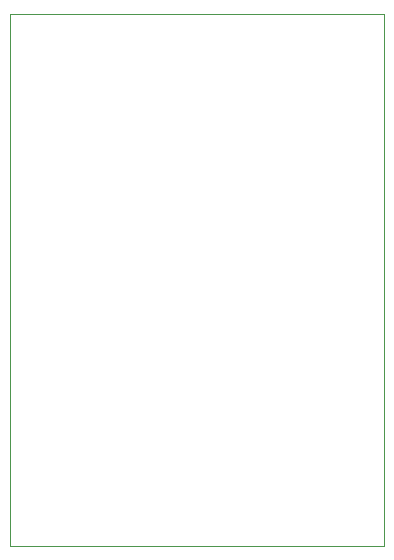
<source format=gko>
G04*
G04 #@! TF.GenerationSoftware,Altium Limited,Altium Designer,23.4.1 (23)*
G04*
G04 Layer_Color=16711935*
%FSLAX25Y25*%
%MOIN*%
G70*
G04*
G04 #@! TF.SameCoordinates,D0A82AA9-F4A3-43A1-B343-99984006E8F9*
G04*
G04*
G04 #@! TF.FilePolarity,Positive*
G04*
G01*
G75*
%ADD99C,0.00300*%
D99*
X2720Y1500D02*
X127500D01*
X127500Y179000D02*
X127500Y1500D01*
X2720Y179000D02*
X127500D01*
X2720D02*
X2720Y1500D01*
M02*

</source>
